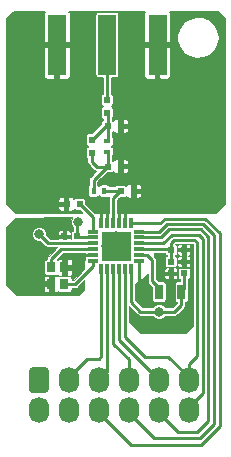
<source format=gbr>
G04 #@! TF.GenerationSoftware,KiCad,Pcbnew,(5.0.1)-3*
G04 #@! TF.CreationDate,2019-04-14T21:22:41-05:00*
G04 #@! TF.ProjectId,transceiver,7472616E736365697665722E6B696361,rev?*
G04 #@! TF.SameCoordinates,Original*
G04 #@! TF.FileFunction,Copper,L1,Top,Signal*
G04 #@! TF.FilePolarity,Positive*
%FSLAX46Y46*%
G04 Gerber Fmt 4.6, Leading zero omitted, Abs format (unit mm)*
G04 Created by KiCad (PCBNEW (5.0.1)-3) date 4/14/2019 21:22:41*
%MOMM*%
%LPD*%
G01*
G04 APERTURE LIST*
G04 #@! TA.AperFunction,Conductor*
%ADD10C,0.100000*%
G04 #@! TD*
G04 #@! TA.AperFunction,ComponentPad*
%ADD11C,1.720000*%
G04 #@! TD*
G04 #@! TA.AperFunction,ComponentPad*
%ADD12O,1.720000X2.200000*%
G04 #@! TD*
G04 #@! TA.AperFunction,SMDPad,CuDef*
%ADD13R,0.600000X0.500000*%
G04 #@! TD*
G04 #@! TA.AperFunction,SMDPad,CuDef*
%ADD14R,1.300000X1.300000*%
G04 #@! TD*
G04 #@! TA.AperFunction,SMDPad,CuDef*
%ADD15R,0.300000X0.850000*%
G04 #@! TD*
G04 #@! TA.AperFunction,SMDPad,CuDef*
%ADD16R,0.850000X0.300000*%
G04 #@! TD*
G04 #@! TA.AperFunction,SMDPad,CuDef*
%ADD17R,0.500000X0.600000*%
G04 #@! TD*
G04 #@! TA.AperFunction,SMDPad,CuDef*
%ADD18R,0.800000X0.900000*%
G04 #@! TD*
G04 #@! TA.AperFunction,SMDPad,CuDef*
%ADD19R,1.500000X5.080000*%
G04 #@! TD*
G04 #@! TA.AperFunction,SMDPad,CuDef*
%ADD20R,0.400000X0.600000*%
G04 #@! TD*
G04 #@! TA.AperFunction,SMDPad,CuDef*
%ADD21R,0.600000X0.400000*%
G04 #@! TD*
G04 #@! TA.AperFunction,SMDPad,CuDef*
%ADD22R,0.700000X1.300000*%
G04 #@! TD*
G04 #@! TA.AperFunction,ViaPad*
%ADD23C,0.800000*%
G04 #@! TD*
G04 #@! TA.AperFunction,Conductor*
%ADD24C,0.250000*%
G04 #@! TD*
G04 #@! TA.AperFunction,Conductor*
%ADD25C,0.200000*%
G04 #@! TD*
G04 APERTURE END LIST*
D10*
G04 #@! TO.N,NRESET*
G04 #@! TO.C,J2*
G36*
X132972147Y-93362071D02*
X133013889Y-93368262D01*
X133054822Y-93378516D01*
X133094554Y-93392732D01*
X133132701Y-93410774D01*
X133168895Y-93432468D01*
X133202789Y-93457606D01*
X133234056Y-93485944D01*
X133262394Y-93517211D01*
X133287532Y-93551105D01*
X133309226Y-93587299D01*
X133327268Y-93625446D01*
X133341484Y-93665178D01*
X133351738Y-93706111D01*
X133357929Y-93747853D01*
X133360000Y-93790000D01*
X133360000Y-95130000D01*
X133357929Y-95172147D01*
X133351738Y-95213889D01*
X133341484Y-95254822D01*
X133327268Y-95294554D01*
X133309226Y-95332701D01*
X133287532Y-95368895D01*
X133262394Y-95402789D01*
X133234056Y-95434056D01*
X133202789Y-95462394D01*
X133168895Y-95487532D01*
X133132701Y-95509226D01*
X133094554Y-95527268D01*
X133054822Y-95541484D01*
X133013889Y-95551738D01*
X132972147Y-95557929D01*
X132930000Y-95560000D01*
X132070000Y-95560000D01*
X132027853Y-95557929D01*
X131986111Y-95551738D01*
X131945178Y-95541484D01*
X131905446Y-95527268D01*
X131867299Y-95509226D01*
X131831105Y-95487532D01*
X131797211Y-95462394D01*
X131765944Y-95434056D01*
X131737606Y-95402789D01*
X131712468Y-95368895D01*
X131690774Y-95332701D01*
X131672732Y-95294554D01*
X131658516Y-95254822D01*
X131648262Y-95213889D01*
X131642071Y-95172147D01*
X131640000Y-95130000D01*
X131640000Y-93790000D01*
X131642071Y-93747853D01*
X131648262Y-93706111D01*
X131658516Y-93665178D01*
X131672732Y-93625446D01*
X131690774Y-93587299D01*
X131712468Y-93551105D01*
X131737606Y-93517211D01*
X131765944Y-93485944D01*
X131797211Y-93457606D01*
X131831105Y-93432468D01*
X131867299Y-93410774D01*
X131905446Y-93392732D01*
X131945178Y-93378516D01*
X131986111Y-93368262D01*
X132027853Y-93362071D01*
X132070000Y-93360000D01*
X132930000Y-93360000D01*
X132972147Y-93362071D01*
X132972147Y-93362071D01*
G37*
D11*
G04 #@! TD*
G04 #@! TO.P,J2,1*
G04 #@! TO.N,NRESET*
X132500000Y-94460000D03*
D12*
G04 #@! TO.P,J2,2*
G04 #@! TO.N,GND*
X132500000Y-97000000D03*
G04 #@! TO.P,J2,3*
G04 #@! TO.N,BUSY*
X135040000Y-94460000D03*
G04 #@! TO.P,J2,4*
G04 #@! TO.N,Net-(J2-Pad4)*
X135040000Y-97000000D03*
G04 #@! TO.P,J2,5*
G04 #@! TO.N,DIO1*
X137580000Y-94460000D03*
G04 #@! TO.P,J2,6*
G04 #@! TO.N,NSS_CTS*
X137580000Y-97000000D03*
G04 #@! TO.P,J2,7*
G04 #@! TO.N,DIO2*
X140120000Y-94460000D03*
G04 #@! TO.P,J2,8*
G04 #@! TO.N,SCK_RTS*
X140120000Y-97000000D03*
G04 #@! TO.P,J2,9*
G04 #@! TO.N,DIO3*
X142660000Y-94460000D03*
G04 #@! TO.P,J2,10*
G04 #@! TO.N,MOSI_RX*
X142660000Y-97000000D03*
G04 #@! TO.P,J2,11*
G04 #@! TO.N,+3V3*
X145200000Y-94460000D03*
G04 #@! TO.P,J2,12*
G04 #@! TO.N,MISO_TX*
X145200000Y-97000000D03*
G04 #@! TD*
D13*
G04 #@! TO.P,C6,1*
G04 #@! TO.N,+3V3*
X143670000Y-83450000D03*
G04 #@! TO.P,C6,2*
G04 #@! TO.N,GND*
X144770000Y-83450000D03*
G04 #@! TD*
D14*
G04 #@! TO.P,U1,25*
G04 #@! TO.N,GND*
X138400000Y-82500000D03*
X138400000Y-83800000D03*
X139700000Y-82500000D03*
X139700000Y-83800000D03*
D15*
G04 #@! TO.P,U1,24*
X137800000Y-81200000D03*
G04 #@! TO.P,U1,23*
X138300000Y-81200000D03*
G04 #@! TO.P,U1,22*
G04 #@! TO.N,Net-(C5-Pad1)*
X138800000Y-81200000D03*
G04 #@! TO.P,U1,21*
G04 #@! TO.N,GND*
X139300000Y-81200000D03*
G04 #@! TO.P,U1,20*
X139800000Y-81200000D03*
G04 #@! TO.P,U1,19*
G04 #@! TO.N,NSS_CTS*
X140300000Y-81200000D03*
D16*
G04 #@! TO.P,U1,18*
G04 #@! TO.N,SCK_RTS*
X141000000Y-81900000D03*
G04 #@! TO.P,U1,17*
G04 #@! TO.N,MOSI_RX*
X141000000Y-82400000D03*
G04 #@! TO.P,U1,16*
G04 #@! TO.N,MISO_TX*
X141000000Y-82900000D03*
G04 #@! TO.P,U1,15*
G04 #@! TO.N,+3V3*
X141000000Y-83400000D03*
G04 #@! TO.P,U1,14*
G04 #@! TO.N,Net-(L1-Pad2)*
X141000000Y-83900000D03*
G04 #@! TO.P,U1,13*
G04 #@! TO.N,GND*
X141000000Y-84400000D03*
D15*
G04 #@! TO.P,U1,12*
G04 #@! TO.N,Net-(C1-Pad1)*
X140300000Y-85100000D03*
G04 #@! TO.P,U1,11*
G04 #@! TO.N,+3V3*
X139800000Y-85100000D03*
G04 #@! TO.P,U1,10*
G04 #@! TO.N,DIO3*
X139300000Y-85100000D03*
G04 #@! TO.P,U1,9*
G04 #@! TO.N,DIO2*
X138800000Y-85100000D03*
G04 #@! TO.P,U1,8*
G04 #@! TO.N,DIO1*
X138300000Y-85100000D03*
G04 #@! TO.P,U1,7*
G04 #@! TO.N,BUSY*
X137800000Y-85100000D03*
D16*
G04 #@! TO.P,U1,6*
G04 #@! TO.N,Net-(U1-Pad6)*
X137100000Y-84400000D03*
G04 #@! TO.P,U1,5*
G04 #@! TO.N,GND*
X137100000Y-83900000D03*
G04 #@! TO.P,U1,4*
G04 #@! TO.N,Net-(U1-Pad4)*
X137100000Y-83400000D03*
G04 #@! TO.P,U1,3*
G04 #@! TO.N,NRESET*
X137100000Y-82900000D03*
G04 #@! TO.P,U1,2*
G04 #@! TO.N,Net-(C1-Pad1)*
X137100000Y-82400000D03*
G04 #@! TO.P,U1,1*
G04 #@! TO.N,Net-(C2-Pad1)*
X137100000Y-81900000D03*
G04 #@! TD*
D13*
G04 #@! TO.P,C1,1*
G04 #@! TO.N,Net-(C1-Pad1)*
X135750000Y-82300000D03*
G04 #@! TO.P,C1,2*
G04 #@! TO.N,GND*
X134650000Y-82300000D03*
G04 #@! TD*
G04 #@! TO.P,C2,2*
G04 #@! TO.N,GND*
X134850000Y-79600000D03*
G04 #@! TO.P,C2,1*
G04 #@! TO.N,Net-(C2-Pad1)*
X135950000Y-79600000D03*
G04 #@! TD*
G04 #@! TO.P,C4,1*
G04 #@! TO.N,Net-(C1-Pad1)*
X144770000Y-85430000D03*
G04 #@! TO.P,C4,2*
G04 #@! TO.N,GND*
X143670000Y-85430000D03*
G04 #@! TD*
G04 #@! TO.P,C5,2*
G04 #@! TO.N,GND*
X140550000Y-78500000D03*
G04 #@! TO.P,C5,1*
G04 #@! TO.N,Net-(C5-Pad1)*
X139450000Y-78500000D03*
G04 #@! TD*
G04 #@! TO.P,C7,2*
G04 #@! TO.N,GND*
X139450000Y-76400000D03*
G04 #@! TO.P,C7,1*
G04 #@! TO.N,Net-(C7-Pad1)*
X138350000Y-76400000D03*
G04 #@! TD*
D17*
G04 #@! TO.P,C8,1*
G04 #@! TO.N,Net-(C10-Pad2)*
X137000000Y-74150000D03*
G04 #@! TO.P,C8,2*
G04 #@! TO.N,Net-(C7-Pad1)*
X137000000Y-75250000D03*
G04 #@! TD*
G04 #@! TO.P,C10,2*
G04 #@! TO.N,Net-(C10-Pad2)*
X138300000Y-71850000D03*
G04 #@! TO.P,C10,1*
G04 #@! TO.N,Net-(C10-Pad1)*
X138300000Y-70750000D03*
G04 #@! TD*
D13*
G04 #@! TO.P,C9,1*
G04 #@! TO.N,Net-(C10-Pad2)*
X138350000Y-73000000D03*
G04 #@! TO.P,C9,2*
G04 #@! TO.N,GND*
X139450000Y-73000000D03*
G04 #@! TD*
G04 #@! TO.P,C3,2*
G04 #@! TO.N,GND*
X144770000Y-84440000D03*
G04 #@! TO.P,C3,1*
G04 #@! TO.N,+3V3*
X143670000Y-84440000D03*
G04 #@! TD*
D18*
G04 #@! TO.P,Y1,4*
G04 #@! TO.N,GND*
X133550000Y-86325000D03*
G04 #@! TO.P,Y1,3*
G04 #@! TO.N,Net-(U1-Pad4)*
X133550000Y-84925000D03*
G04 #@! TO.P,Y1,2*
G04 #@! TO.N,GND*
X134650000Y-84925000D03*
G04 #@! TO.P,Y1,1*
G04 #@! TO.N,Net-(U1-Pad6)*
X134650000Y-86325000D03*
G04 #@! TD*
D19*
G04 #@! TO.P,J1,2*
G04 #@! TO.N,GND*
X142550000Y-66100000D03*
X134050000Y-66100000D03*
G04 #@! TO.P,J1,1*
G04 #@! TO.N,Net-(C10-Pad1)*
X138300000Y-66100000D03*
G04 #@! TD*
D20*
G04 #@! TO.P,L2,1*
G04 #@! TO.N,Net-(C5-Pad1)*
X138050000Y-78475000D03*
G04 #@! TO.P,L2,2*
G04 #@! TO.N,Net-(C7-Pad1)*
X137150000Y-78475000D03*
G04 #@! TD*
D21*
G04 #@! TO.P,L3,2*
G04 #@! TO.N,Net-(C10-Pad2)*
X138300000Y-74250000D03*
G04 #@! TO.P,L3,1*
G04 #@! TO.N,Net-(C7-Pad1)*
X138300000Y-75150000D03*
G04 #@! TD*
D22*
G04 #@! TO.P,L1,2*
G04 #@! TO.N,Net-(L1-Pad2)*
X142660000Y-86990000D03*
G04 #@! TO.P,L1,1*
G04 #@! TO.N,Net-(C1-Pad1)*
X144560000Y-86990000D03*
G04 #@! TD*
D23*
G04 #@! TO.N,Net-(C1-Pad1)*
X135800000Y-81100000D03*
X142660000Y-88670000D03*
G04 #@! TO.N,GND*
X139050000Y-83150000D03*
X139900000Y-83150000D03*
X139050000Y-82300000D03*
X138200000Y-83150000D03*
X139050000Y-84000000D03*
X141300000Y-87000000D03*
X135900000Y-84800000D03*
X142000000Y-90000000D03*
X131600000Y-86300000D03*
X134000000Y-70000000D03*
X142500000Y-70000000D03*
X133000000Y-73500000D03*
X134000000Y-73500000D03*
X142500000Y-73500000D03*
X141500000Y-73500000D03*
X141500000Y-74500000D03*
X142500000Y-74500000D03*
X133000000Y-74500000D03*
X134000000Y-74500000D03*
X133000000Y-75500000D03*
X134000000Y-75500000D03*
X141500000Y-75500000D03*
X142500000Y-75500000D03*
G04 #@! TO.N,NRESET*
X132500000Y-82100000D03*
G04 #@! TD*
D24*
G04 #@! TO.N,Net-(L1-Pad2)*
X142660000Y-86690000D02*
X142660000Y-86990000D01*
X142060000Y-86090000D02*
X142660000Y-86690000D01*
X142060000Y-84285000D02*
X142060000Y-86090000D01*
X141675000Y-83900000D02*
X142060000Y-84285000D01*
X141000000Y-83900000D02*
X141675000Y-83900000D01*
G04 #@! TO.N,Net-(C1-Pad1)*
X135850000Y-82400000D02*
X137100000Y-82400000D01*
X135750000Y-82300000D02*
X135850000Y-82400000D01*
X135750000Y-81150000D02*
X135800000Y-81100000D01*
X135750000Y-82300000D02*
X135750000Y-81150000D01*
X144770000Y-86780000D02*
X144560000Y-86990000D01*
X144770000Y-85430000D02*
X144770000Y-86780000D01*
X140300000Y-85775000D02*
X140300000Y-85100000D01*
X140300000Y-87880000D02*
X140300000Y-85775000D01*
X141090000Y-88670000D02*
X140300000Y-87880000D01*
X143980000Y-88670000D02*
X142660000Y-88670000D01*
X144560000Y-86990000D02*
X144560000Y-88090000D01*
X144560000Y-88090000D02*
X143980000Y-88670000D01*
X142660000Y-88670000D02*
X141090000Y-88670000D01*
G04 #@! TO.N,Net-(C10-Pad2)*
X138350000Y-74200000D02*
X138300000Y-74250000D01*
X138350000Y-73000000D02*
X138350000Y-74200000D01*
X138350000Y-71900000D02*
X138300000Y-71850000D01*
X138350000Y-73000000D02*
X138350000Y-71900000D01*
X138150000Y-73000000D02*
X137000000Y-74150000D01*
X138350000Y-73000000D02*
X138150000Y-73000000D01*
G04 #@! TO.N,Net-(C7-Pad1)*
X138300000Y-76450000D02*
X138350000Y-76400000D01*
X138350000Y-75200000D02*
X138300000Y-75150000D01*
X138350000Y-76400000D02*
X138350000Y-75200000D01*
X137400000Y-76400000D02*
X138350000Y-76400000D01*
X137000000Y-75250000D02*
X137000000Y-76000000D01*
X137000000Y-76000000D02*
X137400000Y-76400000D01*
X137150000Y-77925000D02*
X137150000Y-78475000D01*
X137150000Y-77550000D02*
X137150000Y-77925000D01*
X138300000Y-76400000D02*
X137150000Y-77550000D01*
X138350000Y-76400000D02*
X138300000Y-76400000D01*
G04 #@! TO.N,Net-(C5-Pad1)*
X139425000Y-78475000D02*
X139450000Y-78500000D01*
X138050000Y-78475000D02*
X139425000Y-78475000D01*
X139400000Y-78500000D02*
X139450000Y-78500000D01*
X138800000Y-79100000D02*
X139400000Y-78500000D01*
X138800000Y-81200000D02*
X138800000Y-79100000D01*
G04 #@! TO.N,GND*
X139800000Y-81200000D02*
X139800000Y-80525000D01*
X139800000Y-80525000D02*
X139800000Y-80250000D01*
X139300000Y-81200000D02*
X139300000Y-80275000D01*
X138300000Y-81200000D02*
X138300000Y-80150000D01*
X137800000Y-81200000D02*
X137800000Y-80175000D01*
X137100000Y-83900000D02*
X136425000Y-83900000D01*
X141000000Y-84400000D02*
X141000000Y-86200000D01*
G04 #@! TO.N,NSS_CTS*
X142774356Y-81200000D02*
X140700000Y-81200000D01*
X146575600Y-80799956D02*
X143174400Y-80799956D01*
X147800000Y-82024356D02*
X146575600Y-80799956D01*
X140280000Y-99940000D02*
X146250000Y-99940000D01*
X137580000Y-97240000D02*
X140280000Y-99940000D01*
X147800000Y-98390000D02*
X147800000Y-82024356D01*
X143174400Y-80799956D02*
X142774356Y-81200000D01*
X137580000Y-97000000D02*
X137580000Y-97240000D01*
X146250000Y-99940000D02*
X147800000Y-98390000D01*
X140700000Y-81200000D02*
X140300000Y-81200000D01*
G04 #@! TO.N,SCK_RTS*
X141675000Y-81900000D02*
X141000000Y-81900000D01*
X142710767Y-81900000D02*
X141675000Y-81900000D01*
X147340000Y-98160000D02*
X147340000Y-82200767D01*
X146120000Y-99380000D02*
X147340000Y-98160000D01*
X142260000Y-99380000D02*
X146120000Y-99380000D01*
X140120000Y-97240000D02*
X142260000Y-99380000D01*
X140120000Y-97000000D02*
X140120000Y-97240000D01*
X143360800Y-81249967D02*
X142710767Y-81900000D01*
X147340000Y-82200767D02*
X146389200Y-81249967D01*
X146389200Y-81249967D02*
X143360800Y-81249967D01*
G04 #@! TO.N,MOSI_RX*
X142847178Y-82400000D02*
X141675000Y-82400000D01*
X142660000Y-97240000D02*
X144295020Y-98875020D01*
X141675000Y-82400000D02*
X141000000Y-82400000D01*
X146835021Y-82332199D02*
X146202800Y-81699978D01*
X142660000Y-97000000D02*
X142660000Y-97240000D01*
X144295020Y-98875020D02*
X145877247Y-98875020D01*
X145877247Y-98875020D02*
X146835021Y-97917246D01*
X146835021Y-97917246D02*
X146835021Y-82332199D01*
X146202800Y-81699978D02*
X143547200Y-81699978D01*
X143547200Y-81699978D02*
X142847178Y-82400000D01*
G04 #@! TO.N,MISO_TX*
X141000000Y-82900000D02*
X142983589Y-82900000D01*
X146385010Y-95574990D02*
X145200000Y-96760000D01*
X146016400Y-82149989D02*
X146385010Y-82518599D01*
X145200000Y-96760000D02*
X145200000Y-97000000D01*
X143733600Y-82149989D02*
X146016400Y-82149989D01*
X146385010Y-82518599D02*
X146385010Y-95574990D01*
X142983589Y-82900000D02*
X143733600Y-82149989D01*
G04 #@! TO.N,DIO3*
X139300000Y-85100000D02*
X139300000Y-91100000D01*
X139300000Y-91100000D02*
X142660000Y-94460000D01*
G04 #@! TO.N,DIO2*
X138800000Y-85100000D02*
X138800000Y-91390000D01*
X140120000Y-92710000D02*
X140120000Y-94460000D01*
X138800000Y-91390000D02*
X140120000Y-92710000D01*
G04 #@! TO.N,DIO1*
X138300000Y-93740000D02*
X137580000Y-94460000D01*
X138300000Y-85100000D02*
X138300000Y-93740000D01*
G04 #@! TO.N,BUSY*
X137800000Y-85100000D02*
X137800000Y-92420000D01*
X137800000Y-92420000D02*
X137550000Y-92670000D01*
X135040000Y-94220000D02*
X135040000Y-94460000D01*
X136590000Y-92670000D02*
X135040000Y-94220000D01*
X137550000Y-92670000D02*
X136590000Y-92670000D01*
G04 #@! TO.N,Net-(U1-Pad6)*
X137100000Y-84400000D02*
X136850000Y-84400000D01*
X135300000Y-86325000D02*
X134650000Y-86325000D01*
X135575000Y-86325000D02*
X135300000Y-86325000D01*
X137100000Y-84800000D02*
X135575000Y-86325000D01*
X137100000Y-84400000D02*
X137100000Y-84800000D01*
G04 #@! TO.N,Net-(U1-Pad4)*
X136425000Y-83400000D02*
X137100000Y-83400000D01*
X134375000Y-83400000D02*
X136425000Y-83400000D01*
X133550000Y-84225000D02*
X134375000Y-83400000D01*
X133550000Y-84925000D02*
X133550000Y-84225000D01*
G04 #@! TO.N,NRESET*
X137100000Y-82900000D02*
X136425000Y-82900000D01*
X136425000Y-82900000D02*
X133300000Y-82900000D01*
X133300000Y-82900000D02*
X132500000Y-82100000D01*
X132500000Y-82100000D02*
X132500000Y-82100000D01*
G04 #@! TO.N,Net-(C2-Pad1)*
X137100000Y-81500000D02*
X137100000Y-81900000D01*
X137100000Y-80700000D02*
X137100000Y-81500000D01*
X136000000Y-79600000D02*
X137100000Y-80700000D01*
X135950000Y-79600000D02*
X136000000Y-79600000D01*
G04 #@! TO.N,Net-(C10-Pad1)*
X138300000Y-70200000D02*
X138300000Y-66100000D01*
X138300000Y-70750000D02*
X138300000Y-70200000D01*
G04 #@! TO.N,+3V3*
X143620000Y-83400000D02*
X143670000Y-83450000D01*
X141000000Y-83400000D02*
X143620000Y-83400000D01*
X143670000Y-83450000D02*
X143670000Y-84440000D01*
X139800000Y-85100000D02*
X139800000Y-90830000D01*
X139800000Y-90830000D02*
X141460000Y-92490000D01*
X145200000Y-94220000D02*
X145200000Y-94460000D01*
X143470000Y-92490000D02*
X145200000Y-94220000D01*
X141460000Y-92490000D02*
X143470000Y-92490000D01*
X143670000Y-82850000D02*
X143670000Y-83450000D01*
X145200000Y-94460000D02*
X145200000Y-93110000D01*
X145200000Y-93110000D02*
X145870000Y-92440000D01*
X145870000Y-92440000D02*
X145870000Y-82810000D01*
X145870000Y-82810000D02*
X145660000Y-82600000D01*
X145660000Y-82600000D02*
X143920000Y-82600000D01*
X143920000Y-82600000D02*
X143670000Y-82850000D01*
G04 #@! TD*
D25*
G04 #@! TO.N,GND*
G36*
X132960896Y-63333418D02*
X132900000Y-63480435D01*
X132900000Y-65846000D01*
X133000000Y-65946000D01*
X133896000Y-65946000D01*
X133896000Y-65926000D01*
X134204000Y-65926000D01*
X134204000Y-65946000D01*
X135100000Y-65946000D01*
X135200000Y-65846000D01*
X135200000Y-63480435D01*
X135139104Y-63333418D01*
X135080686Y-63275000D01*
X141519314Y-63275000D01*
X141460896Y-63333418D01*
X141400000Y-63480435D01*
X141400000Y-65846000D01*
X141500000Y-65946000D01*
X142396000Y-65946000D01*
X142396000Y-65926000D01*
X142704000Y-65926000D01*
X142704000Y-65946000D01*
X143600000Y-65946000D01*
X143700000Y-65846000D01*
X143700000Y-65219200D01*
X144227099Y-65219200D01*
X144231729Y-65808613D01*
X144427030Y-66364748D01*
X144791943Y-66827638D01*
X145287120Y-67147370D01*
X145859166Y-67289467D01*
X146446398Y-67238607D01*
X146985496Y-67000274D01*
X147418328Y-66600168D01*
X147698223Y-66081432D01*
X147795000Y-65500000D01*
X147794779Y-65471805D01*
X147688881Y-64891965D01*
X147400873Y-64377689D01*
X146961809Y-63984431D01*
X146419034Y-63754596D01*
X145831076Y-63712966D01*
X145261332Y-63864031D01*
X144771238Y-64191501D01*
X144413641Y-64660066D01*
X144227099Y-65219200D01*
X143700000Y-65219200D01*
X143700000Y-63480435D01*
X143639104Y-63333418D01*
X143580686Y-63275000D01*
X147634166Y-63275000D01*
X148225000Y-63864141D01*
X148225000Y-79606104D01*
X147508588Y-80323633D01*
X139195000Y-80312723D01*
X139195000Y-79263614D01*
X139433326Y-79025289D01*
X139750000Y-79025289D01*
X139855349Y-79004334D01*
X139907858Y-78969248D01*
X139910896Y-78976582D01*
X140023418Y-79089104D01*
X140170435Y-79150000D01*
X140300000Y-79150000D01*
X140400000Y-79050000D01*
X140400000Y-78625000D01*
X140700000Y-78625000D01*
X140700000Y-79050000D01*
X140800000Y-79150000D01*
X140929565Y-79150000D01*
X141076582Y-79089104D01*
X141189104Y-78976582D01*
X141250000Y-78829565D01*
X141250000Y-78725000D01*
X141150000Y-78625000D01*
X140700000Y-78625000D01*
X140400000Y-78625000D01*
X140376000Y-78625000D01*
X140376000Y-78375000D01*
X140400000Y-78375000D01*
X140400000Y-77950000D01*
X140700000Y-77950000D01*
X140700000Y-78375000D01*
X141150000Y-78375000D01*
X141250000Y-78275000D01*
X141250000Y-78170435D01*
X141189104Y-78023418D01*
X141076582Y-77910896D01*
X140929565Y-77850000D01*
X140800000Y-77850000D01*
X140700000Y-77950000D01*
X140400000Y-77950000D01*
X140300000Y-77850000D01*
X140170435Y-77850000D01*
X140023418Y-77910896D01*
X139910896Y-78023418D01*
X139907858Y-78030752D01*
X139855349Y-77995666D01*
X139750000Y-77974711D01*
X139150000Y-77974711D01*
X139044651Y-77995666D01*
X138955341Y-78055341D01*
X138938864Y-78080000D01*
X138506393Y-78080000D01*
X138504334Y-78069651D01*
X138444659Y-77980341D01*
X138355349Y-77920666D01*
X138250000Y-77899711D01*
X137850000Y-77899711D01*
X137744651Y-77920666D01*
X137655341Y-77980341D01*
X137600000Y-78063165D01*
X137545000Y-77980851D01*
X137545000Y-77713614D01*
X138333325Y-76925289D01*
X138650000Y-76925289D01*
X138755349Y-76904334D01*
X138807858Y-76869248D01*
X138810896Y-76876582D01*
X138923418Y-76989104D01*
X139070435Y-77050000D01*
X139200000Y-77050000D01*
X139300000Y-76950000D01*
X139300000Y-76525000D01*
X139600000Y-76525000D01*
X139600000Y-76950000D01*
X139700000Y-77050000D01*
X139829565Y-77050000D01*
X139976582Y-76989104D01*
X140089104Y-76876582D01*
X140150000Y-76729565D01*
X140150000Y-76625000D01*
X140050000Y-76525000D01*
X139600000Y-76525000D01*
X139300000Y-76525000D01*
X139276000Y-76525000D01*
X139276000Y-76275000D01*
X139300000Y-76275000D01*
X139300000Y-75850000D01*
X139600000Y-75850000D01*
X139600000Y-76275000D01*
X140050000Y-76275000D01*
X140150000Y-76175000D01*
X140150000Y-76070435D01*
X140089104Y-75923418D01*
X139976582Y-75810896D01*
X139829565Y-75750000D01*
X139700000Y-75750000D01*
X139600000Y-75850000D01*
X139300000Y-75850000D01*
X139200000Y-75750000D01*
X139070435Y-75750000D01*
X138923418Y-75810896D01*
X138810896Y-75923418D01*
X138807858Y-75930752D01*
X138755349Y-75895666D01*
X138745000Y-75893607D01*
X138745000Y-75577840D01*
X138794659Y-75544659D01*
X138854334Y-75455349D01*
X138875289Y-75350000D01*
X138875289Y-74950000D01*
X138854334Y-74844651D01*
X138794659Y-74755341D01*
X138711835Y-74700000D01*
X138794659Y-74644659D01*
X138854334Y-74555349D01*
X138875289Y-74450000D01*
X138875289Y-74050000D01*
X138854334Y-73944651D01*
X138794659Y-73855341D01*
X138745000Y-73822160D01*
X138745000Y-73506393D01*
X138755349Y-73504334D01*
X138807858Y-73469248D01*
X138810896Y-73476582D01*
X138923418Y-73589104D01*
X139070435Y-73650000D01*
X139200000Y-73650000D01*
X139300000Y-73550000D01*
X139300000Y-73125000D01*
X139600000Y-73125000D01*
X139600000Y-73550000D01*
X139700000Y-73650000D01*
X139829565Y-73650000D01*
X139976582Y-73589104D01*
X140089104Y-73476582D01*
X140150000Y-73329565D01*
X140150000Y-73225000D01*
X140050000Y-73125000D01*
X139600000Y-73125000D01*
X139300000Y-73125000D01*
X139276000Y-73125000D01*
X139276000Y-72875000D01*
X139300000Y-72875000D01*
X139300000Y-72450000D01*
X139600000Y-72450000D01*
X139600000Y-72875000D01*
X140050000Y-72875000D01*
X140150000Y-72775000D01*
X140150000Y-72670435D01*
X140089104Y-72523418D01*
X139976582Y-72410896D01*
X139829565Y-72350000D01*
X139700000Y-72350000D01*
X139600000Y-72450000D01*
X139300000Y-72450000D01*
X139200000Y-72350000D01*
X139070435Y-72350000D01*
X138923418Y-72410896D01*
X138810896Y-72523418D01*
X138807858Y-72530752D01*
X138755349Y-72495666D01*
X138745000Y-72493607D01*
X138745000Y-72344149D01*
X138804334Y-72255349D01*
X138825289Y-72150000D01*
X138825289Y-71550000D01*
X138804334Y-71444651D01*
X138744659Y-71355341D01*
X138661835Y-71300000D01*
X138744659Y-71244659D01*
X138804334Y-71155349D01*
X138825289Y-71050000D01*
X138825289Y-70450000D01*
X138804334Y-70344651D01*
X138744659Y-70255341D01*
X138695000Y-70222160D01*
X138695000Y-68915289D01*
X139050000Y-68915289D01*
X139155349Y-68894334D01*
X139244659Y-68834659D01*
X139304334Y-68745349D01*
X139325289Y-68640000D01*
X139325289Y-66354000D01*
X141400000Y-66354000D01*
X141400000Y-68719565D01*
X141460896Y-68866582D01*
X141573418Y-68979104D01*
X141720435Y-69040000D01*
X142296000Y-69040000D01*
X142396000Y-68940000D01*
X142396000Y-66254000D01*
X142704000Y-66254000D01*
X142704000Y-68940000D01*
X142804000Y-69040000D01*
X143379565Y-69040000D01*
X143526582Y-68979104D01*
X143639104Y-68866582D01*
X143700000Y-68719565D01*
X143700000Y-66354000D01*
X143600000Y-66254000D01*
X142704000Y-66254000D01*
X142396000Y-66254000D01*
X141500000Y-66254000D01*
X141400000Y-66354000D01*
X139325289Y-66354000D01*
X139325289Y-63560000D01*
X139304334Y-63454651D01*
X139244659Y-63365341D01*
X139155349Y-63305666D01*
X139050000Y-63284711D01*
X137550000Y-63284711D01*
X137444651Y-63305666D01*
X137355341Y-63365341D01*
X137295666Y-63454651D01*
X137274711Y-63560000D01*
X137274711Y-68640000D01*
X137295666Y-68745349D01*
X137355341Y-68834659D01*
X137444651Y-68894334D01*
X137550000Y-68915289D01*
X137905000Y-68915289D01*
X137905000Y-70222160D01*
X137855341Y-70255341D01*
X137795666Y-70344651D01*
X137774711Y-70450000D01*
X137774711Y-71050000D01*
X137795666Y-71155349D01*
X137855341Y-71244659D01*
X137938165Y-71300000D01*
X137855341Y-71355341D01*
X137795666Y-71444651D01*
X137774711Y-71550000D01*
X137774711Y-72150000D01*
X137795666Y-72255349D01*
X137855341Y-72344659D01*
X137944651Y-72404334D01*
X137955001Y-72406393D01*
X137955000Y-72493607D01*
X137944651Y-72495666D01*
X137855341Y-72555341D01*
X137795666Y-72644651D01*
X137774711Y-72750000D01*
X137774711Y-72816675D01*
X137016675Y-73574711D01*
X136750000Y-73574711D01*
X136644651Y-73595666D01*
X136555341Y-73655341D01*
X136495666Y-73744651D01*
X136474711Y-73850000D01*
X136474711Y-74450000D01*
X136495666Y-74555349D01*
X136555341Y-74644659D01*
X136638165Y-74700000D01*
X136555341Y-74755341D01*
X136495666Y-74844651D01*
X136474711Y-74950000D01*
X136474711Y-75550000D01*
X136495666Y-75655349D01*
X136555341Y-75744659D01*
X136605001Y-75777841D01*
X136605001Y-75961095D01*
X136597262Y-76000000D01*
X136627919Y-76154120D01*
X136641871Y-76175000D01*
X136715222Y-76284779D01*
X136748200Y-76306814D01*
X137093185Y-76651800D01*
X137115221Y-76684779D01*
X137245879Y-76772081D01*
X137348827Y-76792559D01*
X136898202Y-77243184D01*
X136865221Y-77265221D01*
X136843186Y-77298200D01*
X136777919Y-77395880D01*
X136747262Y-77550000D01*
X136755000Y-77588901D01*
X136755000Y-77980851D01*
X136695666Y-78069651D01*
X136674711Y-78175000D01*
X136674711Y-78775000D01*
X136695666Y-78880349D01*
X136755341Y-78969659D01*
X136844651Y-79029334D01*
X136950000Y-79050289D01*
X137350000Y-79050289D01*
X137455349Y-79029334D01*
X137544659Y-78969659D01*
X137600000Y-78886835D01*
X137655341Y-78969659D01*
X137744651Y-79029334D01*
X137850000Y-79050289D01*
X138250000Y-79050289D01*
X138355349Y-79029334D01*
X138419898Y-78986204D01*
X138397262Y-79100000D01*
X138405001Y-79138906D01*
X138405000Y-80311686D01*
X137268809Y-80310195D01*
X136525289Y-79566675D01*
X136525289Y-79350000D01*
X136504334Y-79244651D01*
X136444659Y-79155341D01*
X136355349Y-79095666D01*
X136250000Y-79074711D01*
X135650000Y-79074711D01*
X135544651Y-79095666D01*
X135492142Y-79130752D01*
X135489104Y-79123418D01*
X135376582Y-79010896D01*
X135229565Y-78950000D01*
X135100000Y-78950000D01*
X135000000Y-79050000D01*
X135000000Y-79475000D01*
X135024000Y-79475000D01*
X135024000Y-79725000D01*
X135000000Y-79725000D01*
X135000000Y-80150000D01*
X135100000Y-80250000D01*
X135229565Y-80250000D01*
X135376582Y-80189104D01*
X135489104Y-80076582D01*
X135492142Y-80069248D01*
X135544651Y-80104334D01*
X135650000Y-80125289D01*
X135966675Y-80125289D01*
X136150113Y-80308727D01*
X130541513Y-80301366D01*
X130065772Y-79825000D01*
X134150000Y-79825000D01*
X134150000Y-79929565D01*
X134210896Y-80076582D01*
X134323418Y-80189104D01*
X134470435Y-80250000D01*
X134600000Y-80250000D01*
X134700000Y-80150000D01*
X134700000Y-79725000D01*
X134250000Y-79725000D01*
X134150000Y-79825000D01*
X130065772Y-79825000D01*
X129775000Y-79533847D01*
X129775000Y-79270435D01*
X134150000Y-79270435D01*
X134150000Y-79375000D01*
X134250000Y-79475000D01*
X134700000Y-79475000D01*
X134700000Y-79050000D01*
X134600000Y-78950000D01*
X134470435Y-78950000D01*
X134323418Y-79010896D01*
X134210896Y-79123418D01*
X134150000Y-79270435D01*
X129775000Y-79270435D01*
X129775000Y-66354000D01*
X132900000Y-66354000D01*
X132900000Y-68719565D01*
X132960896Y-68866582D01*
X133073418Y-68979104D01*
X133220435Y-69040000D01*
X133796000Y-69040000D01*
X133896000Y-68940000D01*
X133896000Y-66254000D01*
X134204000Y-66254000D01*
X134204000Y-68940000D01*
X134304000Y-69040000D01*
X134879565Y-69040000D01*
X135026582Y-68979104D01*
X135139104Y-68866582D01*
X135200000Y-68719565D01*
X135200000Y-66354000D01*
X135100000Y-66254000D01*
X134204000Y-66254000D01*
X133896000Y-66254000D01*
X133000000Y-66254000D01*
X132900000Y-66354000D01*
X129775000Y-66354000D01*
X129775000Y-63866422D01*
X130366422Y-63275000D01*
X133019314Y-63275000D01*
X132960896Y-63333418D01*
X132960896Y-63333418D01*
G37*
X132960896Y-63333418D02*
X132900000Y-63480435D01*
X132900000Y-65846000D01*
X133000000Y-65946000D01*
X133896000Y-65946000D01*
X133896000Y-65926000D01*
X134204000Y-65926000D01*
X134204000Y-65946000D01*
X135100000Y-65946000D01*
X135200000Y-65846000D01*
X135200000Y-63480435D01*
X135139104Y-63333418D01*
X135080686Y-63275000D01*
X141519314Y-63275000D01*
X141460896Y-63333418D01*
X141400000Y-63480435D01*
X141400000Y-65846000D01*
X141500000Y-65946000D01*
X142396000Y-65946000D01*
X142396000Y-65926000D01*
X142704000Y-65926000D01*
X142704000Y-65946000D01*
X143600000Y-65946000D01*
X143700000Y-65846000D01*
X143700000Y-65219200D01*
X144227099Y-65219200D01*
X144231729Y-65808613D01*
X144427030Y-66364748D01*
X144791943Y-66827638D01*
X145287120Y-67147370D01*
X145859166Y-67289467D01*
X146446398Y-67238607D01*
X146985496Y-67000274D01*
X147418328Y-66600168D01*
X147698223Y-66081432D01*
X147795000Y-65500000D01*
X147794779Y-65471805D01*
X147688881Y-64891965D01*
X147400873Y-64377689D01*
X146961809Y-63984431D01*
X146419034Y-63754596D01*
X145831076Y-63712966D01*
X145261332Y-63864031D01*
X144771238Y-64191501D01*
X144413641Y-64660066D01*
X144227099Y-65219200D01*
X143700000Y-65219200D01*
X143700000Y-63480435D01*
X143639104Y-63333418D01*
X143580686Y-63275000D01*
X147634166Y-63275000D01*
X148225000Y-63864141D01*
X148225000Y-79606104D01*
X147508588Y-80323633D01*
X139195000Y-80312723D01*
X139195000Y-79263614D01*
X139433326Y-79025289D01*
X139750000Y-79025289D01*
X139855349Y-79004334D01*
X139907858Y-78969248D01*
X139910896Y-78976582D01*
X140023418Y-79089104D01*
X140170435Y-79150000D01*
X140300000Y-79150000D01*
X140400000Y-79050000D01*
X140400000Y-78625000D01*
X140700000Y-78625000D01*
X140700000Y-79050000D01*
X140800000Y-79150000D01*
X140929565Y-79150000D01*
X141076582Y-79089104D01*
X141189104Y-78976582D01*
X141250000Y-78829565D01*
X141250000Y-78725000D01*
X141150000Y-78625000D01*
X140700000Y-78625000D01*
X140400000Y-78625000D01*
X140376000Y-78625000D01*
X140376000Y-78375000D01*
X140400000Y-78375000D01*
X140400000Y-77950000D01*
X140700000Y-77950000D01*
X140700000Y-78375000D01*
X141150000Y-78375000D01*
X141250000Y-78275000D01*
X141250000Y-78170435D01*
X141189104Y-78023418D01*
X141076582Y-77910896D01*
X140929565Y-77850000D01*
X140800000Y-77850000D01*
X140700000Y-77950000D01*
X140400000Y-77950000D01*
X140300000Y-77850000D01*
X140170435Y-77850000D01*
X140023418Y-77910896D01*
X139910896Y-78023418D01*
X139907858Y-78030752D01*
X139855349Y-77995666D01*
X139750000Y-77974711D01*
X139150000Y-77974711D01*
X139044651Y-77995666D01*
X138955341Y-78055341D01*
X138938864Y-78080000D01*
X138506393Y-78080000D01*
X138504334Y-78069651D01*
X138444659Y-77980341D01*
X138355349Y-77920666D01*
X138250000Y-77899711D01*
X137850000Y-77899711D01*
X137744651Y-77920666D01*
X137655341Y-77980341D01*
X137600000Y-78063165D01*
X137545000Y-77980851D01*
X137545000Y-77713614D01*
X138333325Y-76925289D01*
X138650000Y-76925289D01*
X138755349Y-76904334D01*
X138807858Y-76869248D01*
X138810896Y-76876582D01*
X138923418Y-76989104D01*
X139070435Y-77050000D01*
X139200000Y-77050000D01*
X139300000Y-76950000D01*
X139300000Y-76525000D01*
X139600000Y-76525000D01*
X139600000Y-76950000D01*
X139700000Y-77050000D01*
X139829565Y-77050000D01*
X139976582Y-76989104D01*
X140089104Y-76876582D01*
X140150000Y-76729565D01*
X140150000Y-76625000D01*
X140050000Y-76525000D01*
X139600000Y-76525000D01*
X139300000Y-76525000D01*
X139276000Y-76525000D01*
X139276000Y-76275000D01*
X139300000Y-76275000D01*
X139300000Y-75850000D01*
X139600000Y-75850000D01*
X139600000Y-76275000D01*
X140050000Y-76275000D01*
X140150000Y-76175000D01*
X140150000Y-76070435D01*
X140089104Y-75923418D01*
X139976582Y-75810896D01*
X139829565Y-75750000D01*
X139700000Y-75750000D01*
X139600000Y-75850000D01*
X139300000Y-75850000D01*
X139200000Y-75750000D01*
X139070435Y-75750000D01*
X138923418Y-75810896D01*
X138810896Y-75923418D01*
X138807858Y-75930752D01*
X138755349Y-75895666D01*
X138745000Y-75893607D01*
X138745000Y-75577840D01*
X138794659Y-75544659D01*
X138854334Y-75455349D01*
X138875289Y-75350000D01*
X138875289Y-74950000D01*
X138854334Y-74844651D01*
X138794659Y-74755341D01*
X138711835Y-74700000D01*
X138794659Y-74644659D01*
X138854334Y-74555349D01*
X138875289Y-74450000D01*
X138875289Y-74050000D01*
X138854334Y-73944651D01*
X138794659Y-73855341D01*
X138745000Y-73822160D01*
X138745000Y-73506393D01*
X138755349Y-73504334D01*
X138807858Y-73469248D01*
X138810896Y-73476582D01*
X138923418Y-73589104D01*
X139070435Y-73650000D01*
X139200000Y-73650000D01*
X139300000Y-73550000D01*
X139300000Y-73125000D01*
X139600000Y-73125000D01*
X139600000Y-73550000D01*
X139700000Y-73650000D01*
X139829565Y-73650000D01*
X139976582Y-73589104D01*
X140089104Y-73476582D01*
X140150000Y-73329565D01*
X140150000Y-73225000D01*
X140050000Y-73125000D01*
X139600000Y-73125000D01*
X139300000Y-73125000D01*
X139276000Y-73125000D01*
X139276000Y-72875000D01*
X139300000Y-72875000D01*
X139300000Y-72450000D01*
X139600000Y-72450000D01*
X139600000Y-72875000D01*
X140050000Y-72875000D01*
X140150000Y-72775000D01*
X140150000Y-72670435D01*
X140089104Y-72523418D01*
X139976582Y-72410896D01*
X139829565Y-72350000D01*
X139700000Y-72350000D01*
X139600000Y-72450000D01*
X139300000Y-72450000D01*
X139200000Y-72350000D01*
X139070435Y-72350000D01*
X138923418Y-72410896D01*
X138810896Y-72523418D01*
X138807858Y-72530752D01*
X138755349Y-72495666D01*
X138745000Y-72493607D01*
X138745000Y-72344149D01*
X138804334Y-72255349D01*
X138825289Y-72150000D01*
X138825289Y-71550000D01*
X138804334Y-71444651D01*
X138744659Y-71355341D01*
X138661835Y-71300000D01*
X138744659Y-71244659D01*
X138804334Y-71155349D01*
X138825289Y-71050000D01*
X138825289Y-70450000D01*
X138804334Y-70344651D01*
X138744659Y-70255341D01*
X138695000Y-70222160D01*
X138695000Y-68915289D01*
X139050000Y-68915289D01*
X139155349Y-68894334D01*
X139244659Y-68834659D01*
X139304334Y-68745349D01*
X139325289Y-68640000D01*
X139325289Y-66354000D01*
X141400000Y-66354000D01*
X141400000Y-68719565D01*
X141460896Y-68866582D01*
X141573418Y-68979104D01*
X141720435Y-69040000D01*
X142296000Y-69040000D01*
X142396000Y-68940000D01*
X142396000Y-66254000D01*
X142704000Y-66254000D01*
X142704000Y-68940000D01*
X142804000Y-69040000D01*
X143379565Y-69040000D01*
X143526582Y-68979104D01*
X143639104Y-68866582D01*
X143700000Y-68719565D01*
X143700000Y-66354000D01*
X143600000Y-66254000D01*
X142704000Y-66254000D01*
X142396000Y-66254000D01*
X141500000Y-66254000D01*
X141400000Y-66354000D01*
X139325289Y-66354000D01*
X139325289Y-63560000D01*
X139304334Y-63454651D01*
X139244659Y-63365341D01*
X139155349Y-63305666D01*
X139050000Y-63284711D01*
X137550000Y-63284711D01*
X137444651Y-63305666D01*
X137355341Y-63365341D01*
X137295666Y-63454651D01*
X137274711Y-63560000D01*
X137274711Y-68640000D01*
X137295666Y-68745349D01*
X137355341Y-68834659D01*
X137444651Y-68894334D01*
X137550000Y-68915289D01*
X137905000Y-68915289D01*
X137905000Y-70222160D01*
X137855341Y-70255341D01*
X137795666Y-70344651D01*
X137774711Y-70450000D01*
X137774711Y-71050000D01*
X137795666Y-71155349D01*
X137855341Y-71244659D01*
X137938165Y-71300000D01*
X137855341Y-71355341D01*
X137795666Y-71444651D01*
X137774711Y-71550000D01*
X137774711Y-72150000D01*
X137795666Y-72255349D01*
X137855341Y-72344659D01*
X137944651Y-72404334D01*
X137955001Y-72406393D01*
X137955000Y-72493607D01*
X137944651Y-72495666D01*
X137855341Y-72555341D01*
X137795666Y-72644651D01*
X137774711Y-72750000D01*
X137774711Y-72816675D01*
X137016675Y-73574711D01*
X136750000Y-73574711D01*
X136644651Y-73595666D01*
X136555341Y-73655341D01*
X136495666Y-73744651D01*
X136474711Y-73850000D01*
X136474711Y-74450000D01*
X136495666Y-74555349D01*
X136555341Y-74644659D01*
X136638165Y-74700000D01*
X136555341Y-74755341D01*
X136495666Y-74844651D01*
X136474711Y-74950000D01*
X136474711Y-75550000D01*
X136495666Y-75655349D01*
X136555341Y-75744659D01*
X136605001Y-75777841D01*
X136605001Y-75961095D01*
X136597262Y-76000000D01*
X136627919Y-76154120D01*
X136641871Y-76175000D01*
X136715222Y-76284779D01*
X136748200Y-76306814D01*
X137093185Y-76651800D01*
X137115221Y-76684779D01*
X137245879Y-76772081D01*
X137348827Y-76792559D01*
X136898202Y-77243184D01*
X136865221Y-77265221D01*
X136843186Y-77298200D01*
X136777919Y-77395880D01*
X136747262Y-77550000D01*
X136755000Y-77588901D01*
X136755000Y-77980851D01*
X136695666Y-78069651D01*
X136674711Y-78175000D01*
X136674711Y-78775000D01*
X136695666Y-78880349D01*
X136755341Y-78969659D01*
X136844651Y-79029334D01*
X136950000Y-79050289D01*
X137350000Y-79050289D01*
X137455349Y-79029334D01*
X137544659Y-78969659D01*
X137600000Y-78886835D01*
X137655341Y-78969659D01*
X137744651Y-79029334D01*
X137850000Y-79050289D01*
X138250000Y-79050289D01*
X138355349Y-79029334D01*
X138419898Y-78986204D01*
X138397262Y-79100000D01*
X138405001Y-79138906D01*
X138405000Y-80311686D01*
X137268809Y-80310195D01*
X136525289Y-79566675D01*
X136525289Y-79350000D01*
X136504334Y-79244651D01*
X136444659Y-79155341D01*
X136355349Y-79095666D01*
X136250000Y-79074711D01*
X135650000Y-79074711D01*
X135544651Y-79095666D01*
X135492142Y-79130752D01*
X135489104Y-79123418D01*
X135376582Y-79010896D01*
X135229565Y-78950000D01*
X135100000Y-78950000D01*
X135000000Y-79050000D01*
X135000000Y-79475000D01*
X135024000Y-79475000D01*
X135024000Y-79725000D01*
X135000000Y-79725000D01*
X135000000Y-80150000D01*
X135100000Y-80250000D01*
X135229565Y-80250000D01*
X135376582Y-80189104D01*
X135489104Y-80076582D01*
X135492142Y-80069248D01*
X135544651Y-80104334D01*
X135650000Y-80125289D01*
X135966675Y-80125289D01*
X136150113Y-80308727D01*
X130541513Y-80301366D01*
X130065772Y-79825000D01*
X134150000Y-79825000D01*
X134150000Y-79929565D01*
X134210896Y-80076582D01*
X134323418Y-80189104D01*
X134470435Y-80250000D01*
X134600000Y-80250000D01*
X134700000Y-80150000D01*
X134700000Y-79725000D01*
X134250000Y-79725000D01*
X134150000Y-79825000D01*
X130065772Y-79825000D01*
X129775000Y-79533847D01*
X129775000Y-79270435D01*
X134150000Y-79270435D01*
X134150000Y-79375000D01*
X134250000Y-79475000D01*
X134700000Y-79475000D01*
X134700000Y-79050000D01*
X134600000Y-78950000D01*
X134470435Y-78950000D01*
X134323418Y-79010896D01*
X134210896Y-79123418D01*
X134150000Y-79270435D01*
X129775000Y-79270435D01*
X129775000Y-66354000D01*
X132900000Y-66354000D01*
X132900000Y-68719565D01*
X132960896Y-68866582D01*
X133073418Y-68979104D01*
X133220435Y-69040000D01*
X133796000Y-69040000D01*
X133896000Y-68940000D01*
X133896000Y-66254000D01*
X134204000Y-66254000D01*
X134204000Y-68940000D01*
X134304000Y-69040000D01*
X134879565Y-69040000D01*
X135026582Y-68979104D01*
X135139104Y-68866582D01*
X135200000Y-68719565D01*
X135200000Y-66354000D01*
X135100000Y-66254000D01*
X134204000Y-66254000D01*
X133896000Y-66254000D01*
X133000000Y-66254000D01*
X132900000Y-66354000D01*
X129775000Y-66354000D01*
X129775000Y-63866422D01*
X130366422Y-63275000D01*
X133019314Y-63275000D01*
X132960896Y-63333418D01*
D10*
G36*
X145525001Y-82952903D02*
X145525000Y-89904290D01*
X144979290Y-90450000D01*
X141020710Y-90450000D01*
X140145000Y-89574290D01*
X140145000Y-88212902D01*
X140822025Y-88889928D01*
X140841270Y-88918730D01*
X140955388Y-88994982D01*
X141056025Y-89015000D01*
X141056029Y-89015000D01*
X141090000Y-89021757D01*
X141123971Y-89015000D01*
X142131820Y-89015000D01*
X142134389Y-89021202D01*
X142308798Y-89195611D01*
X142536674Y-89290000D01*
X142783326Y-89290000D01*
X143011202Y-89195611D01*
X143185611Y-89021202D01*
X143188180Y-89015000D01*
X143946029Y-89015000D01*
X143980000Y-89021757D01*
X144013971Y-89015000D01*
X144013975Y-89015000D01*
X144114612Y-88994982D01*
X144228730Y-88918730D01*
X144247977Y-88889925D01*
X144779928Y-88357975D01*
X144808730Y-88338730D01*
X144884982Y-88224612D01*
X144905000Y-88123975D01*
X144905000Y-88123971D01*
X144911757Y-88090000D01*
X144905000Y-88056029D01*
X144905000Y-87864310D01*
X144910000Y-87864310D01*
X144995840Y-87847235D01*
X145068611Y-87798611D01*
X145117235Y-87725840D01*
X145134310Y-87640000D01*
X145134310Y-86340000D01*
X145117235Y-86254160D01*
X145115000Y-86250815D01*
X145115000Y-85895359D01*
X145155840Y-85887235D01*
X145228611Y-85838611D01*
X145277235Y-85765840D01*
X145294310Y-85680000D01*
X145294310Y-85180000D01*
X145277235Y-85094160D01*
X145228611Y-85021389D01*
X145155840Y-84972765D01*
X145070000Y-84955690D01*
X144470000Y-84955690D01*
X144384160Y-84972765D01*
X144311389Y-85021389D01*
X144262765Y-85094160D01*
X144245690Y-85180000D01*
X144245690Y-85680000D01*
X144262765Y-85765840D01*
X144311389Y-85838611D01*
X144384160Y-85887235D01*
X144425000Y-85895359D01*
X144425001Y-86115690D01*
X144210000Y-86115690D01*
X144124160Y-86132765D01*
X144051389Y-86181389D01*
X144002765Y-86254160D01*
X143985690Y-86340000D01*
X143985690Y-87640000D01*
X144002765Y-87725840D01*
X144051389Y-87798611D01*
X144124160Y-87847235D01*
X144210000Y-87864310D01*
X144215001Y-87864310D01*
X144215001Y-87947096D01*
X143837098Y-88325000D01*
X143188180Y-88325000D01*
X143185611Y-88318798D01*
X143011202Y-88144389D01*
X142783326Y-88050000D01*
X142536674Y-88050000D01*
X142308798Y-88144389D01*
X142134389Y-88318798D01*
X142131820Y-88325000D01*
X141232903Y-88325000D01*
X140645000Y-87737098D01*
X140645000Y-86325710D01*
X141020710Y-85950000D01*
X141200000Y-85950000D01*
X141219134Y-85946194D01*
X141235355Y-85935355D01*
X141715001Y-85455709D01*
X141715001Y-86056024D01*
X141708243Y-86090000D01*
X141735018Y-86224611D01*
X141792025Y-86309927D01*
X141811271Y-86338730D01*
X141840073Y-86357975D01*
X142085690Y-86603592D01*
X142085690Y-87640000D01*
X142102765Y-87725840D01*
X142151389Y-87798611D01*
X142224160Y-87847235D01*
X142310000Y-87864310D01*
X143010000Y-87864310D01*
X143095840Y-87847235D01*
X143168611Y-87798611D01*
X143217235Y-87725840D01*
X143234310Y-87640000D01*
X143234310Y-86340000D01*
X143217235Y-86254160D01*
X143168611Y-86181389D01*
X143095840Y-86132765D01*
X143010000Y-86115690D01*
X142573592Y-86115690D01*
X142405000Y-85947098D01*
X142405000Y-85617500D01*
X143120000Y-85617500D01*
X143120000Y-85729728D01*
X143158060Y-85821614D01*
X143228386Y-85891940D01*
X143320272Y-85930000D01*
X143457500Y-85930000D01*
X143520000Y-85867500D01*
X143520000Y-85555000D01*
X143820000Y-85555000D01*
X143820000Y-85867500D01*
X143882500Y-85930000D01*
X144019728Y-85930000D01*
X144111614Y-85891940D01*
X144181940Y-85821614D01*
X144220000Y-85729728D01*
X144220000Y-85617500D01*
X144157500Y-85555000D01*
X143820000Y-85555000D01*
X143520000Y-85555000D01*
X143182500Y-85555000D01*
X143120000Y-85617500D01*
X142405000Y-85617500D01*
X142405000Y-85130272D01*
X143120000Y-85130272D01*
X143120000Y-85242500D01*
X143182500Y-85305000D01*
X143520000Y-85305000D01*
X143520000Y-84992500D01*
X143820000Y-84992500D01*
X143820000Y-85305000D01*
X144157500Y-85305000D01*
X144220000Y-85242500D01*
X144220000Y-85130272D01*
X144181940Y-85038386D01*
X144111614Y-84968060D01*
X144019728Y-84930000D01*
X143882500Y-84930000D01*
X143820000Y-84992500D01*
X143520000Y-84992500D01*
X143457500Y-84930000D01*
X143320272Y-84930000D01*
X143228386Y-84968060D01*
X143158060Y-85038386D01*
X143120000Y-85130272D01*
X142405000Y-85130272D01*
X142405000Y-84318969D01*
X142411757Y-84284999D01*
X142405000Y-84251029D01*
X142405000Y-84251025D01*
X142384982Y-84150388D01*
X142354093Y-84104160D01*
X142327975Y-84065071D01*
X142327971Y-84065067D01*
X142308729Y-84036270D01*
X142279932Y-84017028D01*
X142250000Y-83987096D01*
X142250000Y-83745000D01*
X143154641Y-83745000D01*
X143162765Y-83785840D01*
X143211389Y-83858611D01*
X143284160Y-83907235D01*
X143325000Y-83915359D01*
X143325001Y-83974641D01*
X143284160Y-83982765D01*
X143211389Y-84031389D01*
X143162765Y-84104160D01*
X143145690Y-84190000D01*
X143145690Y-84690000D01*
X143162765Y-84775840D01*
X143211389Y-84848611D01*
X143284160Y-84897235D01*
X143370000Y-84914310D01*
X143970000Y-84914310D01*
X144055840Y-84897235D01*
X144128611Y-84848611D01*
X144177235Y-84775840D01*
X144194310Y-84690000D01*
X144194310Y-84627500D01*
X144220000Y-84627500D01*
X144220000Y-84739728D01*
X144258060Y-84831614D01*
X144328386Y-84901940D01*
X144420272Y-84940000D01*
X144557500Y-84940000D01*
X144620000Y-84877500D01*
X144620000Y-84565000D01*
X144920000Y-84565000D01*
X144920000Y-84877500D01*
X144982500Y-84940000D01*
X145119728Y-84940000D01*
X145211614Y-84901940D01*
X145281940Y-84831614D01*
X145320000Y-84739728D01*
X145320000Y-84627500D01*
X145257500Y-84565000D01*
X144920000Y-84565000D01*
X144620000Y-84565000D01*
X144282500Y-84565000D01*
X144220000Y-84627500D01*
X144194310Y-84627500D01*
X144194310Y-84190000D01*
X144177235Y-84104160D01*
X144128611Y-84031389D01*
X144055840Y-83982765D01*
X144015000Y-83974641D01*
X144015000Y-83915359D01*
X144055840Y-83907235D01*
X144128611Y-83858611D01*
X144177235Y-83785840D01*
X144194310Y-83700000D01*
X144194310Y-83637500D01*
X144220000Y-83637500D01*
X144220000Y-83749728D01*
X144258060Y-83841614D01*
X144328386Y-83911940D01*
X144408201Y-83945000D01*
X144328386Y-83978060D01*
X144258060Y-84048386D01*
X144220000Y-84140272D01*
X144220000Y-84252500D01*
X144282500Y-84315000D01*
X144620000Y-84315000D01*
X144620000Y-84002500D01*
X144562500Y-83945000D01*
X144620000Y-83887500D01*
X144620000Y-83575000D01*
X144920000Y-83575000D01*
X144920000Y-83887500D01*
X144977500Y-83945000D01*
X144920000Y-84002500D01*
X144920000Y-84315000D01*
X145257500Y-84315000D01*
X145320000Y-84252500D01*
X145320000Y-84140272D01*
X145281940Y-84048386D01*
X145211614Y-83978060D01*
X145131799Y-83945000D01*
X145211614Y-83911940D01*
X145281940Y-83841614D01*
X145320000Y-83749728D01*
X145320000Y-83637500D01*
X145257500Y-83575000D01*
X144920000Y-83575000D01*
X144620000Y-83575000D01*
X144282500Y-83575000D01*
X144220000Y-83637500D01*
X144194310Y-83637500D01*
X144194310Y-83200000D01*
X144184419Y-83150272D01*
X144220000Y-83150272D01*
X144220000Y-83262500D01*
X144282500Y-83325000D01*
X144620000Y-83325000D01*
X144620000Y-83012500D01*
X144920000Y-83012500D01*
X144920000Y-83325000D01*
X145257500Y-83325000D01*
X145320000Y-83262500D01*
X145320000Y-83150272D01*
X145281940Y-83058386D01*
X145211614Y-82988060D01*
X145119728Y-82950000D01*
X144982500Y-82950000D01*
X144920000Y-83012500D01*
X144620000Y-83012500D01*
X144557500Y-82950000D01*
X144420272Y-82950000D01*
X144328386Y-82988060D01*
X144258060Y-83058386D01*
X144220000Y-83150272D01*
X144184419Y-83150272D01*
X144177235Y-83114160D01*
X144128611Y-83041389D01*
X144055840Y-82992765D01*
X144021891Y-82986012D01*
X144062903Y-82945000D01*
X145517098Y-82945000D01*
X145525001Y-82952903D01*
X145525001Y-82952903D01*
G37*
X145525001Y-82952903D02*
X145525000Y-89904290D01*
X144979290Y-90450000D01*
X141020710Y-90450000D01*
X140145000Y-89574290D01*
X140145000Y-88212902D01*
X140822025Y-88889928D01*
X140841270Y-88918730D01*
X140955388Y-88994982D01*
X141056025Y-89015000D01*
X141056029Y-89015000D01*
X141090000Y-89021757D01*
X141123971Y-89015000D01*
X142131820Y-89015000D01*
X142134389Y-89021202D01*
X142308798Y-89195611D01*
X142536674Y-89290000D01*
X142783326Y-89290000D01*
X143011202Y-89195611D01*
X143185611Y-89021202D01*
X143188180Y-89015000D01*
X143946029Y-89015000D01*
X143980000Y-89021757D01*
X144013971Y-89015000D01*
X144013975Y-89015000D01*
X144114612Y-88994982D01*
X144228730Y-88918730D01*
X144247977Y-88889925D01*
X144779928Y-88357975D01*
X144808730Y-88338730D01*
X144884982Y-88224612D01*
X144905000Y-88123975D01*
X144905000Y-88123971D01*
X144911757Y-88090000D01*
X144905000Y-88056029D01*
X144905000Y-87864310D01*
X144910000Y-87864310D01*
X144995840Y-87847235D01*
X145068611Y-87798611D01*
X145117235Y-87725840D01*
X145134310Y-87640000D01*
X145134310Y-86340000D01*
X145117235Y-86254160D01*
X145115000Y-86250815D01*
X145115000Y-85895359D01*
X145155840Y-85887235D01*
X145228611Y-85838611D01*
X145277235Y-85765840D01*
X145294310Y-85680000D01*
X145294310Y-85180000D01*
X145277235Y-85094160D01*
X145228611Y-85021389D01*
X145155840Y-84972765D01*
X145070000Y-84955690D01*
X144470000Y-84955690D01*
X144384160Y-84972765D01*
X144311389Y-85021389D01*
X144262765Y-85094160D01*
X144245690Y-85180000D01*
X144245690Y-85680000D01*
X144262765Y-85765840D01*
X144311389Y-85838611D01*
X144384160Y-85887235D01*
X144425000Y-85895359D01*
X144425001Y-86115690D01*
X144210000Y-86115690D01*
X144124160Y-86132765D01*
X144051389Y-86181389D01*
X144002765Y-86254160D01*
X143985690Y-86340000D01*
X143985690Y-87640000D01*
X144002765Y-87725840D01*
X144051389Y-87798611D01*
X144124160Y-87847235D01*
X144210000Y-87864310D01*
X144215001Y-87864310D01*
X144215001Y-87947096D01*
X143837098Y-88325000D01*
X143188180Y-88325000D01*
X143185611Y-88318798D01*
X143011202Y-88144389D01*
X142783326Y-88050000D01*
X142536674Y-88050000D01*
X142308798Y-88144389D01*
X142134389Y-88318798D01*
X142131820Y-88325000D01*
X141232903Y-88325000D01*
X140645000Y-87737098D01*
X140645000Y-86325710D01*
X141020710Y-85950000D01*
X141200000Y-85950000D01*
X141219134Y-85946194D01*
X141235355Y-85935355D01*
X141715001Y-85455709D01*
X141715001Y-86056024D01*
X141708243Y-86090000D01*
X141735018Y-86224611D01*
X141792025Y-86309927D01*
X141811271Y-86338730D01*
X141840073Y-86357975D01*
X142085690Y-86603592D01*
X142085690Y-87640000D01*
X142102765Y-87725840D01*
X142151389Y-87798611D01*
X142224160Y-87847235D01*
X142310000Y-87864310D01*
X143010000Y-87864310D01*
X143095840Y-87847235D01*
X143168611Y-87798611D01*
X143217235Y-87725840D01*
X143234310Y-87640000D01*
X143234310Y-86340000D01*
X143217235Y-86254160D01*
X143168611Y-86181389D01*
X143095840Y-86132765D01*
X143010000Y-86115690D01*
X142573592Y-86115690D01*
X142405000Y-85947098D01*
X142405000Y-85617500D01*
X143120000Y-85617500D01*
X143120000Y-85729728D01*
X143158060Y-85821614D01*
X143228386Y-85891940D01*
X143320272Y-85930000D01*
X143457500Y-85930000D01*
X143520000Y-85867500D01*
X143520000Y-85555000D01*
X143820000Y-85555000D01*
X143820000Y-85867500D01*
X143882500Y-85930000D01*
X144019728Y-85930000D01*
X144111614Y-85891940D01*
X144181940Y-85821614D01*
X144220000Y-85729728D01*
X144220000Y-85617500D01*
X144157500Y-85555000D01*
X143820000Y-85555000D01*
X143520000Y-85555000D01*
X143182500Y-85555000D01*
X143120000Y-85617500D01*
X142405000Y-85617500D01*
X142405000Y-85130272D01*
X143120000Y-85130272D01*
X143120000Y-85242500D01*
X143182500Y-85305000D01*
X143520000Y-85305000D01*
X143520000Y-84992500D01*
X143820000Y-84992500D01*
X143820000Y-85305000D01*
X144157500Y-85305000D01*
X144220000Y-85242500D01*
X144220000Y-85130272D01*
X144181940Y-85038386D01*
X144111614Y-84968060D01*
X144019728Y-84930000D01*
X143882500Y-84930000D01*
X143820000Y-84992500D01*
X143520000Y-84992500D01*
X143457500Y-84930000D01*
X143320272Y-84930000D01*
X143228386Y-84968060D01*
X143158060Y-85038386D01*
X143120000Y-85130272D01*
X142405000Y-85130272D01*
X142405000Y-84318969D01*
X142411757Y-84284999D01*
X142405000Y-84251029D01*
X142405000Y-84251025D01*
X142384982Y-84150388D01*
X142354093Y-84104160D01*
X142327975Y-84065071D01*
X142327971Y-84065067D01*
X142308729Y-84036270D01*
X142279932Y-84017028D01*
X142250000Y-83987096D01*
X142250000Y-83745000D01*
X143154641Y-83745000D01*
X143162765Y-83785840D01*
X143211389Y-83858611D01*
X143284160Y-83907235D01*
X143325000Y-83915359D01*
X143325001Y-83974641D01*
X143284160Y-83982765D01*
X143211389Y-84031389D01*
X143162765Y-84104160D01*
X143145690Y-84190000D01*
X143145690Y-84690000D01*
X143162765Y-84775840D01*
X143211389Y-84848611D01*
X143284160Y-84897235D01*
X143370000Y-84914310D01*
X143970000Y-84914310D01*
X144055840Y-84897235D01*
X144128611Y-84848611D01*
X144177235Y-84775840D01*
X144194310Y-84690000D01*
X144194310Y-84627500D01*
X144220000Y-84627500D01*
X144220000Y-84739728D01*
X144258060Y-84831614D01*
X144328386Y-84901940D01*
X144420272Y-84940000D01*
X144557500Y-84940000D01*
X144620000Y-84877500D01*
X144620000Y-84565000D01*
X144920000Y-84565000D01*
X144920000Y-84877500D01*
X144982500Y-84940000D01*
X145119728Y-84940000D01*
X145211614Y-84901940D01*
X145281940Y-84831614D01*
X145320000Y-84739728D01*
X145320000Y-84627500D01*
X145257500Y-84565000D01*
X144920000Y-84565000D01*
X144620000Y-84565000D01*
X144282500Y-84565000D01*
X144220000Y-84627500D01*
X144194310Y-84627500D01*
X144194310Y-84190000D01*
X144177235Y-84104160D01*
X144128611Y-84031389D01*
X144055840Y-83982765D01*
X144015000Y-83974641D01*
X144015000Y-83915359D01*
X144055840Y-83907235D01*
X144128611Y-83858611D01*
X144177235Y-83785840D01*
X144194310Y-83700000D01*
X144194310Y-83637500D01*
X144220000Y-83637500D01*
X144220000Y-83749728D01*
X144258060Y-83841614D01*
X144328386Y-83911940D01*
X144408201Y-83945000D01*
X144328386Y-83978060D01*
X144258060Y-84048386D01*
X144220000Y-84140272D01*
X144220000Y-84252500D01*
X144282500Y-84315000D01*
X144620000Y-84315000D01*
X144620000Y-84002500D01*
X144562500Y-83945000D01*
X144620000Y-83887500D01*
X144620000Y-83575000D01*
X144920000Y-83575000D01*
X144920000Y-83887500D01*
X144977500Y-83945000D01*
X144920000Y-84002500D01*
X144920000Y-84315000D01*
X145257500Y-84315000D01*
X145320000Y-84252500D01*
X145320000Y-84140272D01*
X145281940Y-84048386D01*
X145211614Y-83978060D01*
X145131799Y-83945000D01*
X145211614Y-83911940D01*
X145281940Y-83841614D01*
X145320000Y-83749728D01*
X145320000Y-83637500D01*
X145257500Y-83575000D01*
X144920000Y-83575000D01*
X144620000Y-83575000D01*
X144282500Y-83575000D01*
X144220000Y-83637500D01*
X144194310Y-83637500D01*
X144194310Y-83200000D01*
X144184419Y-83150272D01*
X144220000Y-83150272D01*
X144220000Y-83262500D01*
X144282500Y-83325000D01*
X144620000Y-83325000D01*
X144620000Y-83012500D01*
X144920000Y-83012500D01*
X144920000Y-83325000D01*
X145257500Y-83325000D01*
X145320000Y-83262500D01*
X145320000Y-83150272D01*
X145281940Y-83058386D01*
X145211614Y-82988060D01*
X145119728Y-82950000D01*
X144982500Y-82950000D01*
X144920000Y-83012500D01*
X144620000Y-83012500D01*
X144557500Y-82950000D01*
X144420272Y-82950000D01*
X144328386Y-82988060D01*
X144258060Y-83058386D01*
X144220000Y-83150272D01*
X144184419Y-83150272D01*
X144177235Y-83114160D01*
X144128611Y-83041389D01*
X144055840Y-82992765D01*
X144021891Y-82986012D01*
X144062903Y-82945000D01*
X145517098Y-82945000D01*
X145525001Y-82952903D01*
G36*
X135274389Y-80748798D02*
X135180000Y-80976674D01*
X135180000Y-81223326D01*
X135274389Y-81451202D01*
X135405001Y-81581814D01*
X135405000Y-81834641D01*
X135364160Y-81842765D01*
X135291389Y-81891389D01*
X135242765Y-81964160D01*
X135225690Y-82050000D01*
X135225690Y-82550000D01*
X135226685Y-82555000D01*
X135200000Y-82555000D01*
X135200000Y-82487500D01*
X135137500Y-82425000D01*
X134800000Y-82425000D01*
X134800000Y-82524000D01*
X134500000Y-82524000D01*
X134500000Y-82425000D01*
X134162500Y-82425000D01*
X134100000Y-82487500D01*
X134100000Y-82555000D01*
X133442903Y-82555000D01*
X133117431Y-82229528D01*
X133120000Y-82223326D01*
X133120000Y-82000272D01*
X134100000Y-82000272D01*
X134100000Y-82112500D01*
X134162500Y-82175000D01*
X134500000Y-82175000D01*
X134500000Y-81862500D01*
X134800000Y-81862500D01*
X134800000Y-82175000D01*
X135137500Y-82175000D01*
X135200000Y-82112500D01*
X135200000Y-82000272D01*
X135161940Y-81908386D01*
X135091614Y-81838060D01*
X134999728Y-81800000D01*
X134862500Y-81800000D01*
X134800000Y-81862500D01*
X134500000Y-81862500D01*
X134437500Y-81800000D01*
X134300272Y-81800000D01*
X134208386Y-81838060D01*
X134138060Y-81908386D01*
X134100000Y-82000272D01*
X133120000Y-82000272D01*
X133120000Y-81976674D01*
X133025611Y-81748798D01*
X132851202Y-81574389D01*
X132623326Y-81480000D01*
X132376674Y-81480000D01*
X132148798Y-81574389D01*
X131974389Y-81748798D01*
X131880000Y-81976674D01*
X131880000Y-82223326D01*
X131974389Y-82451202D01*
X132148798Y-82625611D01*
X132376674Y-82720000D01*
X132623326Y-82720000D01*
X132629528Y-82717431D01*
X133032025Y-83119928D01*
X133051270Y-83148730D01*
X133165388Y-83224982D01*
X133266025Y-83245000D01*
X133266029Y-83245000D01*
X133300000Y-83251757D01*
X133333971Y-83245000D01*
X134042096Y-83245000D01*
X133330073Y-83957025D01*
X133301271Y-83976270D01*
X133282026Y-84005072D01*
X133282025Y-84005073D01*
X133225018Y-84090389D01*
X133198243Y-84225000D01*
X133203353Y-84250690D01*
X133150000Y-84250690D01*
X133064160Y-84267765D01*
X132991389Y-84316389D01*
X132942765Y-84389160D01*
X132925690Y-84475000D01*
X132925690Y-85375000D01*
X132942765Y-85460840D01*
X132991389Y-85533611D01*
X133064160Y-85582235D01*
X133150000Y-85599310D01*
X133950000Y-85599310D01*
X134035840Y-85582235D01*
X134076508Y-85555062D01*
X134108386Y-85586940D01*
X134200272Y-85625000D01*
X134387500Y-85625000D01*
X134450000Y-85562500D01*
X134450000Y-85129000D01*
X134850000Y-85129000D01*
X134850000Y-85562500D01*
X134912500Y-85625000D01*
X135099728Y-85625000D01*
X135191614Y-85586940D01*
X135261940Y-85516614D01*
X135300000Y-85424728D01*
X135300000Y-85191500D01*
X135237500Y-85129000D01*
X134850000Y-85129000D01*
X134450000Y-85129000D01*
X134426000Y-85129000D01*
X134426000Y-84721000D01*
X134450000Y-84721000D01*
X134450000Y-84287500D01*
X134850000Y-84287500D01*
X134850000Y-84721000D01*
X135237500Y-84721000D01*
X135300000Y-84658500D01*
X135300000Y-84425272D01*
X135261940Y-84333386D01*
X135191614Y-84263060D01*
X135099728Y-84225000D01*
X134912500Y-84225000D01*
X134850000Y-84287500D01*
X134450000Y-84287500D01*
X134387500Y-84225000D01*
X134200272Y-84225000D01*
X134108386Y-84263060D01*
X134076508Y-84294938D01*
X134035840Y-84267765D01*
X134001891Y-84261012D01*
X134517904Y-83745000D01*
X136363314Y-83745000D01*
X136358412Y-85053685D01*
X135432098Y-85980000D01*
X135274310Y-85980000D01*
X135274310Y-85875000D01*
X135257235Y-85789160D01*
X135208611Y-85716389D01*
X135135840Y-85667765D01*
X135050000Y-85650690D01*
X134250000Y-85650690D01*
X134164160Y-85667765D01*
X134123492Y-85694938D01*
X134091614Y-85663060D01*
X133999728Y-85625000D01*
X133812500Y-85625000D01*
X133750000Y-85687500D01*
X133750000Y-86121000D01*
X133774000Y-86121000D01*
X133774000Y-86529000D01*
X133750000Y-86529000D01*
X133750000Y-86962500D01*
X133812500Y-87025000D01*
X133999728Y-87025000D01*
X134091614Y-86986940D01*
X134123492Y-86955062D01*
X134164160Y-86982235D01*
X134250000Y-86999310D01*
X135050000Y-86999310D01*
X135135840Y-86982235D01*
X135208611Y-86933611D01*
X135257235Y-86860840D01*
X135274310Y-86775000D01*
X135274310Y-86670000D01*
X135541029Y-86670000D01*
X135575000Y-86676757D01*
X135608971Y-86670000D01*
X135608975Y-86670000D01*
X135709612Y-86649982D01*
X135823730Y-86573730D01*
X135842977Y-86544925D01*
X136354743Y-86033159D01*
X136351762Y-86829161D01*
X135929345Y-87250000D01*
X130520710Y-87250000D01*
X129862210Y-86591500D01*
X132900000Y-86591500D01*
X132900000Y-86824728D01*
X132938060Y-86916614D01*
X133008386Y-86986940D01*
X133100272Y-87025000D01*
X133287500Y-87025000D01*
X133350000Y-86962500D01*
X133350000Y-86529000D01*
X132962500Y-86529000D01*
X132900000Y-86591500D01*
X129862210Y-86591500D01*
X129725000Y-86454290D01*
X129725000Y-85825272D01*
X132900000Y-85825272D01*
X132900000Y-86058500D01*
X132962500Y-86121000D01*
X133350000Y-86121000D01*
X133350000Y-85687500D01*
X133287500Y-85625000D01*
X133100272Y-85625000D01*
X133008386Y-85663060D01*
X132938060Y-85733386D01*
X132900000Y-85825272D01*
X129725000Y-85825272D01*
X129725000Y-81543646D01*
X130521033Y-80738944D01*
X135336393Y-80686794D01*
X135274389Y-80748798D01*
X135274389Y-80748798D01*
G37*
X135274389Y-80748798D02*
X135180000Y-80976674D01*
X135180000Y-81223326D01*
X135274389Y-81451202D01*
X135405001Y-81581814D01*
X135405000Y-81834641D01*
X135364160Y-81842765D01*
X135291389Y-81891389D01*
X135242765Y-81964160D01*
X135225690Y-82050000D01*
X135225690Y-82550000D01*
X135226685Y-82555000D01*
X135200000Y-82555000D01*
X135200000Y-82487500D01*
X135137500Y-82425000D01*
X134800000Y-82425000D01*
X134800000Y-82524000D01*
X134500000Y-82524000D01*
X134500000Y-82425000D01*
X134162500Y-82425000D01*
X134100000Y-82487500D01*
X134100000Y-82555000D01*
X133442903Y-82555000D01*
X133117431Y-82229528D01*
X133120000Y-82223326D01*
X133120000Y-82000272D01*
X134100000Y-82000272D01*
X134100000Y-82112500D01*
X134162500Y-82175000D01*
X134500000Y-82175000D01*
X134500000Y-81862500D01*
X134800000Y-81862500D01*
X134800000Y-82175000D01*
X135137500Y-82175000D01*
X135200000Y-82112500D01*
X135200000Y-82000272D01*
X135161940Y-81908386D01*
X135091614Y-81838060D01*
X134999728Y-81800000D01*
X134862500Y-81800000D01*
X134800000Y-81862500D01*
X134500000Y-81862500D01*
X134437500Y-81800000D01*
X134300272Y-81800000D01*
X134208386Y-81838060D01*
X134138060Y-81908386D01*
X134100000Y-82000272D01*
X133120000Y-82000272D01*
X133120000Y-81976674D01*
X133025611Y-81748798D01*
X132851202Y-81574389D01*
X132623326Y-81480000D01*
X132376674Y-81480000D01*
X132148798Y-81574389D01*
X131974389Y-81748798D01*
X131880000Y-81976674D01*
X131880000Y-82223326D01*
X131974389Y-82451202D01*
X132148798Y-82625611D01*
X132376674Y-82720000D01*
X132623326Y-82720000D01*
X132629528Y-82717431D01*
X133032025Y-83119928D01*
X133051270Y-83148730D01*
X133165388Y-83224982D01*
X133266025Y-83245000D01*
X133266029Y-83245000D01*
X133300000Y-83251757D01*
X133333971Y-83245000D01*
X134042096Y-83245000D01*
X133330073Y-83957025D01*
X133301271Y-83976270D01*
X133282026Y-84005072D01*
X133282025Y-84005073D01*
X133225018Y-84090389D01*
X133198243Y-84225000D01*
X133203353Y-84250690D01*
X133150000Y-84250690D01*
X133064160Y-84267765D01*
X132991389Y-84316389D01*
X132942765Y-84389160D01*
X132925690Y-84475000D01*
X132925690Y-85375000D01*
X132942765Y-85460840D01*
X132991389Y-85533611D01*
X133064160Y-85582235D01*
X133150000Y-85599310D01*
X133950000Y-85599310D01*
X134035840Y-85582235D01*
X134076508Y-85555062D01*
X134108386Y-85586940D01*
X134200272Y-85625000D01*
X134387500Y-85625000D01*
X134450000Y-85562500D01*
X134450000Y-85129000D01*
X134850000Y-85129000D01*
X134850000Y-85562500D01*
X134912500Y-85625000D01*
X135099728Y-85625000D01*
X135191614Y-85586940D01*
X135261940Y-85516614D01*
X135300000Y-85424728D01*
X135300000Y-85191500D01*
X135237500Y-85129000D01*
X134850000Y-85129000D01*
X134450000Y-85129000D01*
X134426000Y-85129000D01*
X134426000Y-84721000D01*
X134450000Y-84721000D01*
X134450000Y-84287500D01*
X134850000Y-84287500D01*
X134850000Y-84721000D01*
X135237500Y-84721000D01*
X135300000Y-84658500D01*
X135300000Y-84425272D01*
X135261940Y-84333386D01*
X135191614Y-84263060D01*
X135099728Y-84225000D01*
X134912500Y-84225000D01*
X134850000Y-84287500D01*
X134450000Y-84287500D01*
X134387500Y-84225000D01*
X134200272Y-84225000D01*
X134108386Y-84263060D01*
X134076508Y-84294938D01*
X134035840Y-84267765D01*
X134001891Y-84261012D01*
X134517904Y-83745000D01*
X136363314Y-83745000D01*
X136358412Y-85053685D01*
X135432098Y-85980000D01*
X135274310Y-85980000D01*
X135274310Y-85875000D01*
X135257235Y-85789160D01*
X135208611Y-85716389D01*
X135135840Y-85667765D01*
X135050000Y-85650690D01*
X134250000Y-85650690D01*
X134164160Y-85667765D01*
X134123492Y-85694938D01*
X134091614Y-85663060D01*
X133999728Y-85625000D01*
X133812500Y-85625000D01*
X133750000Y-85687500D01*
X133750000Y-86121000D01*
X133774000Y-86121000D01*
X133774000Y-86529000D01*
X133750000Y-86529000D01*
X133750000Y-86962500D01*
X133812500Y-87025000D01*
X133999728Y-87025000D01*
X134091614Y-86986940D01*
X134123492Y-86955062D01*
X134164160Y-86982235D01*
X134250000Y-86999310D01*
X135050000Y-86999310D01*
X135135840Y-86982235D01*
X135208611Y-86933611D01*
X135257235Y-86860840D01*
X135274310Y-86775000D01*
X135274310Y-86670000D01*
X135541029Y-86670000D01*
X135575000Y-86676757D01*
X135608971Y-86670000D01*
X135608975Y-86670000D01*
X135709612Y-86649982D01*
X135823730Y-86573730D01*
X135842977Y-86544925D01*
X136354743Y-86033159D01*
X136351762Y-86829161D01*
X135929345Y-87250000D01*
X130520710Y-87250000D01*
X129862210Y-86591500D01*
X132900000Y-86591500D01*
X132900000Y-86824728D01*
X132938060Y-86916614D01*
X133008386Y-86986940D01*
X133100272Y-87025000D01*
X133287500Y-87025000D01*
X133350000Y-86962500D01*
X133350000Y-86529000D01*
X132962500Y-86529000D01*
X132900000Y-86591500D01*
X129862210Y-86591500D01*
X129725000Y-86454290D01*
X129725000Y-85825272D01*
X132900000Y-85825272D01*
X132900000Y-86058500D01*
X132962500Y-86121000D01*
X133350000Y-86121000D01*
X133350000Y-85687500D01*
X133287500Y-85625000D01*
X133100272Y-85625000D01*
X133008386Y-85663060D01*
X132938060Y-85733386D01*
X132900000Y-85825272D01*
X129725000Y-85825272D01*
X129725000Y-81543646D01*
X130521033Y-80738944D01*
X135336393Y-80686794D01*
X135274389Y-80748798D01*
G04 #@! TD*
M02*

</source>
